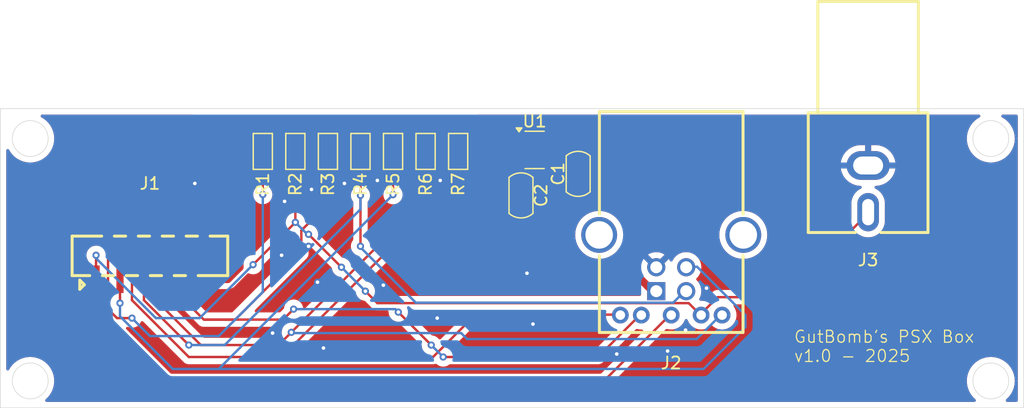
<source format=kicad_pcb>
(kicad_pcb (version 20240108) (generator "pcbnew") (generator_version "8.0")
  (layers (0 "F.Cu" signal) (31 "B.Cu" signal) (34 "B.Paste" user) (35 "F.Paste" user) (36 "B.SilkS" user "B.Silkscreen") (37 "F.SilkS" user "F.Silkscreen") (38 "B.Mask" user) (39 "F.Mask" user) (44 "Edge.Cuts" user))
  (net 0 "")
  (net 1 "+5V")
  (net 2 "GND")
  (net 3 "+3.3V")
  (net 4 "Net-(J1-ACK)")
  (net 5 "Net-(J1-CLK)")
  (net 6 "Net-(J1-ATT1)")
  (net 7 "Net-(J1-DAT)")
  (net 8 "Net-(J1-CMD)")
  (net 9 "Net-(J1-ATT2)")
  (net 10 "Net-(J1-IRQ10)")
  (footprint "Package_TO_SOT_SMD:SOT-23-3" (layer "F.Cu") (at 117.1375 64.45)
    (property "Reference" "U1" (at 0 -2.4 0) (layer "F.SilkS"))
    (property "Value" "XC6206PxxxMR" (hide yes))
    (fp_line (start 0 -1.56) (end -0.8 -1.56) (stroke (width 0.12)) (layer "F.SilkS"))
    (fp_line (start 0 -1.56) (end 0.8 -1.56) (stroke (width 0.12)) (layer "F.SilkS"))
    (fp_line (start 0 1.56) (end -0.8 1.56) (stroke (width 0.12)) (layer "F.SilkS"))
    (fp_line (start 0 1.56) (end 0.8 1.56) (stroke (width 0.12)) (layer "F.SilkS"))
    (fp_poly (pts (xy -1.3 -1.51) (xy -1.54 -1.84) (xy -1.06 -1.84) (xy -1.3 -1.51)) (stroke (width 0.12)) (fill solid) (layer "F.SilkS"))
    (pad "1" smd roundrect (at -1.1375 -0.95) (size 1.325 0.6) (layers "F.Cu" "F.Paste" "F.Mask") (net 2 "GND"))
    (pad "2" smd roundrect (at -1.1375 0.95) (size 1.325 0.6) (layers "F.Cu" "F.Paste" "F.Mask") (net 3 "+3.3V"))
    (pad "3" smd roundrect (at 1.1375 0) (size 1.325 0.6) (layers "F.Cu" "F.Paste" "F.Mask") (net 1 "+5V"))
  )
  (footprint "PCM_Resistor_SMD_AKL:R_0603_1608Metric" (layer "F.Cu") (at 94.43 64.575 -90)
    (property "Reference" "R1" (at 2.75 0 90) (layer "F.SilkS"))
    (property "Value" "1K" (hide yes))
    (fp_line (start -1.5 0.8) (end 1.5 0.8) (stroke (width 0.12)) (layer "F.SilkS"))
    (fp_line (start 1.5 0.8) (end 1.5 -0.8) (stroke (width 0.12)) (layer "F.SilkS"))
    (fp_line (start -1.5 -0.8) (end -1.5 0.8) (stroke (width 0.12)) (layer "F.SilkS"))
    (fp_line (start 1.5 -0.8) (end -1.5 -0.8) (stroke (width 0.12)) (layer "F.SilkS"))
    (pad "1" smd roundrect (at -0.825 0 270) (size 0.8 0.95) (layers "F.Cu" "F.Paste" "F.Mask") (net 3 "+3.3V"))
    (pad "2" smd roundrect (at 0.825 0 270) (size 0.8 0.95) (layers "F.Cu" "F.Paste" "F.Mask") (net 4 "Net-(J1-ACK)"))
  )
  (footprint "PCM_Resistor_SMD_AKL:R_0603_1608Metric" (layer "F.Cu") (at 110.75 64.575 -90)
    (property "Reference" "R7" (at 2.75 0 90) (layer "F.SilkS"))
    (property "Value" "1K" (hide yes))
    (fp_line (start -1.5 0.8) (end 1.5 0.8) (stroke (width 0.12)) (layer "F.SilkS"))
    (fp_line (start 1.5 0.8) (end 1.5 -0.8) (stroke (width 0.12)) (layer "F.SilkS"))
    (fp_line (start -1.5 -0.8) (end -1.5 0.8) (stroke (width 0.12)) (layer "F.SilkS"))
    (fp_line (start 1.5 -0.8) (end -1.5 -0.8) (stroke (width 0.12)) (layer "F.SilkS"))
    (pad "1" smd roundrect (at -0.825 0 270) (size 0.8 0.95) (layers "F.Cu" "F.Paste" "F.Mask") (net 3 "+3.3V"))
    (pad "2" smd roundrect (at 0.825 0 270) (size 0.8 0.95) (layers "F.Cu" "F.Paste" "F.Mask") (net 7 "Net-(J1-DAT)"))
  )
  (footprint "PCM_Capacitor_SMD_AKL:C_0805_2012Metric" (layer "F.Cu") (at 120.775 66.45 90)
    (property "Reference" "C1" (at 0 -1.68 90) (layer "F.SilkS"))
    (property "Value" "1uf" (hide yes))
    (fp_line (start 1.5 -1) (end -1.5 -1) (stroke (width 0.12)) (layer "F.SilkS"))
    (fp_line (start -1.5 1) (end 1.5 1) (stroke (width 0.12)) (layer "F.SilkS"))
    (fp_arc (start 1.5 -1) (mid 1.880894 0) (end 1.5 1) (stroke (width 0.12)) (layer "F.SilkS"))
    (fp_arc (start -1.5 1) (mid -1.880894 0) (end -1.5 -1) (stroke (width 0.12)) (layer "F.SilkS"))
    (pad "1" smd roundrect (at -0.95 0 90) (size 1 1.45) (layers "F.Cu" "F.Paste" "F.Mask") (net 2 "GND"))
    (pad "2" smd roundrect (at 0.95 0 90) (size 1 1.45) (layers "F.Cu" "F.Paste" "F.Mask") (net 1 "+5V"))
  )
  (footprint "PCM_Capacitor_SMD_AKL:C_0805_2012Metric" (layer "F.Cu") (at 116 68.25 -90)
    (property "Reference" "C2" (at 0 -1.68 90) (layer "F.SilkS"))
    (property "Value" "1uf" (hide yes))
    (fp_line (start -1.5 1) (end 1.5 1) (stroke (width 0.12)) (layer "F.SilkS"))
    (fp_line (start 1.5 -1) (end -1.5 -1) (stroke (width 0.12)) (layer "F.SilkS"))
    (fp_arc (start -1.5 1) (mid -1.880894 0) (end -1.5 -1) (stroke (width 0.12)) (layer "F.SilkS"))
    (fp_arc (start 1.5 -1) (mid 1.880894 0) (end 1.5 1) (stroke (width 0.12)) (layer "F.SilkS"))
    (pad "1" smd roundrect (at -0.95 0 270) (size 1 1.45) (layers "F.Cu" "F.Paste" "F.Mask") (net 3 "+3.3V"))
    (pad "2" smd roundrect (at 0.95 0 270) (size 1 1.45) (layers "F.Cu" "F.Paste" "F.Mask") (net 2 "GND"))
  )
  (footprint "PCM_Resistor_SMD_AKL:R_0603_1608Metric" (layer "F.Cu") (at 102.59 64.575 -90)
    (property "Reference" "R4" (at 2.75 0 90) (layer "F.SilkS"))
    (property "Value" "1K" (hide yes))
    (fp_line (start -1.5 0.8) (end 1.5 0.8) (stroke (width 0.12)) (layer "F.SilkS"))
    (fp_line (start 1.5 0.8) (end 1.5 -0.8) (stroke (width 0.12)) (layer "F.SilkS"))
    (fp_line (start -1.5 -0.8) (end -1.5 0.8) (stroke (width 0.12)) (layer "F.SilkS"))
    (fp_line (start 1.5 -0.8) (end -1.5 -0.8) (stroke (width 0.12)) (layer "F.SilkS"))
    (pad "1" smd roundrect (at -0.825 0 270) (size 0.8 0.95) (layers "F.Cu" "F.Paste" "F.Mask") (net 3 "+3.3V"))
    (pad "2" smd roundrect (at 0.825 0 270) (size 0.8 0.95) (layers "F.Cu" "F.Paste" "F.Mask") (net 6 "Net-(J1-ATT1)"))
  )
  (footprint "easyeda2kicad:USB-B-TH_9P-L18.5-W12.0" (layer "F.Cu") (at 128.55 74.9 180)
    (property "Reference" "J2" (at 0 -7.35 180) (layer "F.SilkS"))
    (property "Value" "USB-B-TH_9P-L18.5-W12.0")
    (fp_line (start 6 13.65) (end 6 5.09) (stroke (width 0.25)) (layer "F.SilkS"))
    (fp_line (start 6 1.62) (end 6 -4.8) (stroke (width 0.25)) (layer "F.SilkS"))
    (fp_line (start 6 -4.8) (end -6 -4.8) (stroke (width 0.25)) (layer "F.SilkS"))
    (fp_line (start -6 13.65) (end 6 13.65) (stroke (width 0.25)) (layer "F.SilkS"))
    (fp_line (start -6 5.09) (end -6 13.65) (stroke (width 0.25)) (layer "F.SilkS"))
    (fp_line (start -6 -4.8) (end -6 1.62) (stroke (width 0.25)) (layer "F.SilkS"))
    (pad "1" thru_hole rect (at 1.25 -1.35 180) (size 1.52 1.52) (drill 0.999998) (layers "*.Cu" "*.Mask") (net 1 "+5V"))
    (pad "2" thru_hole circle (at -1.25 -1.35 180) (size 1.52 1.52) (drill 0.999998) (layers "*.Cu" "*.Mask") (net 6 "Net-(J1-ATT1)"))
    (pad "3" thru_hole circle (at -1.25 0.65 180) (size 1.52 1.52) (drill 0.999998) (layers "*.Cu" "*.Mask") (net 9 "Net-(J1-ATT2)"))
    (pad "4" thru_hole circle (at 1.25 0.65 180) (size 1.52 1.52) (drill 0.999998) (layers "*.Cu" "*.Mask") (net 2 "GND"))
    (pad "5" thru_hole circle (at -4.25 -3.35 180) (size 1.4 1.4) (drill 0.799998) (layers "*.Cu" "*.Mask") (net 8 "Net-(J1-CMD)"))
    (pad "6" thru_hole circle (at -2.5 -3.35 180) (size 1.4 1.4) (drill 0.799998) (layers "*.Cu" "*.Mask") (net 10 "Net-(J1-IRQ10)"))
    (pad "7" thru_hole circle (at 0 -3.35 180) (size 1.4 1.4) (drill 0.799998) (layers "*.Cu" "*.Mask") (net 4 "Net-(J1-ACK)"))
    (pad "8" thru_hole circle (at 2.5 -3.35 180) (size 1.4 1.4) (drill 0.799998) (layers "*.Cu" "*.Mask") (net 5 "Net-(J1-CLK)"))
    (pad "9" thru_hole circle (at 4.25 -3.35 180) (size 1.4 1.4) (drill 0.799998) (layers "*.Cu" "*.Mask") (net 7 "Net-(J1-DAT)"))
    (pad "10" thru_hole circle (at -6.02 3.35 180) (size 3 3) (drill 2.300021) (layers "*.Cu" "*.Mask"))
    (pad "11" thru_hole circle (at 6.02 3.35 180) (size 3 3) (drill 2.300021) (layers "*.Cu" "*.Mask"))
  )
  (footprint "easyeda2kicad:CONN-TH_AV-5" (layer "F.Cu") (at 145 67.7 180)
    (property "Reference" "J3" (at 0 -5.95 180) (layer "F.SilkS"))
    (property "Value" "AV-5")
    (fp_line (start 5 -3.65) (end 5 6.35) (stroke (width 0.25)) (layer "F.SilkS"))
    (fp_line (start 4.2 6.35) (end 4.2 15.65) (stroke (width 0.25)) (layer "F.SilkS"))
    (fp_line (start 1.06 -3.65) (end 5 -3.65) (stroke (width 0.25)) (layer "F.SilkS"))
    (fp_line (start -4.2 15.65) (end 4.2 15.65) (stroke (width 0.25)) (layer "F.SilkS"))
    (fp_line (start -4.2 6.35) (end -4.2 15.65) (stroke (width 0.25)) (layer "F.SilkS"))
    (fp_line (start -5 6.35) (end 5 6.35) (stroke (width 0.25)) (layer "F.SilkS"))
    (fp_line (start -5 6.35) (end -5 -3.65) (stroke (width 0.25)) (layer "F.SilkS"))
    (fp_line (start -5 -3.65) (end -1.06 -3.65) (stroke (width 0.25)) (layer "F.SilkS"))
    (pad "1" thru_hole oval (at 0 1.95 180) (size 3.6 2.4) (drill oval 2.499995 1.500022) (layers "*.Cu" "*.Mask") (net 2 "GND"))
    (pad "2" thru_hole oval (at 0 -1.95 270) (size 3.2 1.8) (drill oval 2.199996 0.999998) (layers "*.Cu" "*.Mask") (net 10 "Net-(J1-IRQ10)"))
  )
  (footprint "PCM_Resistor_SMD_AKL:R_0603_1608Metric" (layer "F.Cu") (at 99.87 64.575 -90)
    (property "Reference" "R3" (at 2.75 0 90) (layer "F.SilkS"))
    (property "Value" "1K" (hide yes))
    (fp_line (start -1.5 0.8) (end 1.5 0.8) (stroke (width 0.12)) (layer "F.SilkS"))
    (fp_line (start 1.5 0.8) (end 1.5 -0.8) (stroke (width 0.12)) (layer "F.SilkS"))
    (fp_line (start -1.5 -0.8) (end -1.5 0.8) (stroke (width 0.12)) (layer "F.SilkS"))
    (fp_line (start 1.5 -0.8) (end -1.5 -0.8) (stroke (width 0.12)) (layer "F.SilkS"))
    (pad "1" smd roundrect (at -0.825 0 270) (size 0.8 0.95) (layers "F.Cu" "F.Paste" "F.Mask") (net 3 "+3.3V"))
    (pad "2" smd roundrect (at 0.825 0 270) (size 0.8 0.95) (layers "F.Cu" "F.Paste" "F.Mask") (net 5 "Net-(J1-CLK)"))
  )
  (footprint "PCM_Resistor_SMD_AKL:R_0603_1608Metric" (layer "F.Cu") (at 105.31 64.575 -90)
    (property "Reference" "R5" (at 2.75 0 90) (layer "F.SilkS"))
    (property "Value" "1K" (hide yes))
    (fp_line (start -1.5 0.8) (end 1.5 0.8) (stroke (width 0.12)) (layer "F.SilkS"))
    (fp_line (start 1.5 0.8) (end 1.5 -0.8) (stroke (width 0.12)) (layer "F.SilkS"))
    (fp_line (start -1.5 -0.8) (end -1.5 0.8) (stroke (width 0.12)) (layer "F.SilkS"))
    (fp_line (start 1.5 -0.8) (end -1.5 -0.8) (stroke (width 0.12)) (layer "F.SilkS"))
    (pad "1" smd roundrect (at -0.825 0 270) (size 0.8 0.95) (layers "F.Cu" "F.Paste" "F.Mask") (net 3 "+3.3V"))
    (pad "2" smd roundrect (at 0.825 0 270) (size 0.8 0.95) (layers "F.Cu" "F.Paste" "F.Mask") (net 9 "Net-(J1-ATT2)"))
  )
  (footprint "easyeda2kicad:FPC-SMD_10P-P1.00-L3.4-W13.0" (layer "F.Cu") (at 85 73.25)
    (property "Reference" "J1" (at 0 -6 0) (layer "F.SilkS"))
    (property "Value" "AFB10-S10LCA-00")
    (fp_line (start -6.5 -1.6) (end -4.03 -1.6) (stroke (width 0.25)) (layer "F.SilkS"))
    (fp_line (start -6.5 1.7) (end -6.5 -1.6) (stroke (width 0.25)) (layer "F.SilkS"))
    (fp_line (start -5.86 2.08) (end -5.48 2.46) (stroke (width 0.25)) (layer "F.SilkS"))
    (fp_line (start -5.86 2.84) (end -5.86 2.08) (stroke (width 0.25)) (layer "F.SilkS"))
    (fp_line (start -5.48 2.46) (end -5.86 2.84) (stroke (width 0.25)) (layer "F.SilkS"))
    (fp_line (start -5.03 1.7) (end -6.5 1.7) (stroke (width 0.25)) (layer "F.SilkS"))
    (fp_line (start -3.03 1.7) (end -3.97 1.7) (stroke (width 0.25)) (layer "F.SilkS"))
    (fp_line (start -2.97 -1.6) (end -2.03 -1.6) (stroke (width 0.25)) (layer "F.SilkS"))
    (fp_line (start -1.03 1.7) (end -1.97 1.7) (stroke (width 0.25)) (layer "F.SilkS"))
    (fp_line (start -0.97 -1.6) (end -0.03 -1.6) (stroke (width 0.25)) (layer "F.SilkS"))
    (fp_line (start 0.97 1.7) (end 0.03 1.7) (stroke (width 0.25)) (layer "F.SilkS"))
    (fp_line (start 1.03 -1.6) (end 1.97 -1.6) (stroke (width 0.25)) (layer "F.SilkS"))
    (fp_line (start 2.97 1.7) (end 2.03 1.7) (stroke (width 0.25)) (layer "F.SilkS"))
    (fp_line (start 3.03 -1.6) (end 3.97 -1.6) (stroke (width 0.25)) (layer "F.SilkS"))
    (fp_line (start 5.03 -1.6) (end 6.5 -1.6) (stroke (width 0.25)) (layer "F.SilkS"))
    (fp_line (start 6.5 -1.6) (end 6.5 1.7) (stroke (width 0.25)) (layer "F.SilkS"))
    (fp_line (start 6.5 1.7) (end 4.03 1.7) (stroke (width 0.25)) (layer "F.SilkS"))
    (pad "1" smd rect (at -4.5 2 90) (size 2.3 0.6) (layers "F.Cu" "F.Paste" "F.Mask") (net 10 "Net-(J1-IRQ10)"))
    (pad "2" smd rect (at -3.5 -2 90) (size 2.3 0.6) (layers "F.Cu" "F.Paste" "F.Mask") (net 4 "Net-(J1-ACK)"))
    (pad "3" smd rect (at -2.5 2 90) (size 2.3 0.6) (layers "F.Cu" "F.Paste" "F.Mask") (net 9 "Net-(J1-ATT2)"))
    (pad "4" smd rect (at -1.5 -2 90) (size 2.3 0.6) (layers "F.Cu" "F.Paste" "F.Mask") (net 1 "+5V"))
    (pad "5" smd rect (at -0.5 2 90) (size 2.3 0.6) (layers "F.Cu" "F.Paste" "F.Mask") (net 6 "Net-(J1-ATT1)"))
    (pad "6" smd rect (at 0.5 -2 90) (size 2.3 0.6) (layers "F.Cu" "F.Paste" "F.Mask") (net 7 "Net-(J1-DAT)"))
    (pad "7" smd rect (at 1.5 2 90) (size 2.3 0.6) (layers "F.Cu" "F.Paste" "F.Mask") (net 2 "GND"))
    (pad "8" smd rect (at 2.5 -2 90) (size 2.3 0.6) (layers "F.Cu" "F.Paste" "F.Mask") (net 8 "Net-(J1-CMD)"))
    (pad "9" smd rect (at 3.5 2 90) (size 2.3 0.6) (layers "F.Cu" "F.Paste" "F.Mask") (net 3 "+3.3V"))
    (pad "10" smd rect (at 4.5 -2 90) (size 2.3 0.6) (layers "F.Cu" "F.Paste" "F.Mask") (net 5 "Net-(J1-CLK)"))
  )
  (footprint "PCM_Resistor_SMD_AKL:R_0603_1608Metric" (layer "F.Cu") (at 108.03 64.575 -90)
    (property "Reference" "R6" (at 2.75 0 90) (layer "F.SilkS"))
    (property "Value" "1K" (hide yes))
    (fp_line (start -1.5 0.8) (end 1.5 0.8) (stroke (width 0.12)) (layer "F.SilkS"))
    (fp_line (start 1.5 0.8) (end 1.5 -0.8) (stroke (width 0.12)) (layer "F.SilkS"))
    (fp_line (start -1.5 -0.8) (end -1.5 0.8) (stroke (width 0.12)) (layer "F.SilkS"))
    (fp_line (start 1.5 -0.8) (end -1.5 -0.8) (stroke (width 0.12)) (layer "F.SilkS"))
    (pad "1" smd roundrect (at -0.825 0 270) (size 0.8 0.95) (layers "F.Cu" "F.Paste" "F.Mask") (net 3 "+3.3V"))
    (pad "2" smd roundrect (at 0.825 0 270) (size 0.8 0.95) (layers "F.Cu" "F.Paste" "F.Mask") (net 8 "Net-(J1-CMD)"))
  )
  (footprint "PCM_Resistor_SMD_AKL:R_0603_1608Metric" (layer "F.Cu") (at 97.15 64.575 -90)
    (property "Reference" "R2" (at 2.75 0 90) (layer "F.SilkS"))
    (property "Value" "1K" (hide yes))
    (fp_line (start -1.5 0.8) (end 1.5 0.8) (stroke (width 0.12)) (layer "F.SilkS"))
    (fp_line (start 1.5 0.8) (end 1.5 -0.8) (stroke (width 0.12)) (layer "F.SilkS"))
    (fp_line (start -1.5 -0.8) (end -1.5 0.8) (stroke (width 0.12)) (layer "F.SilkS"))
    (fp_line (start 1.5 -0.8) (end -1.5 -0.8) (stroke (width 0.12)) (layer "F.SilkS"))
    (pad "1" smd roundrect (at -0.825 0 270) (size 0.8 0.95) (layers "F.Cu" "F.Paste" "F.Mask") (net 3 "+3.3V"))
    (pad "2" smd roundrect (at 0.825 0 270) (size 0.8 0.95) (layers "F.Cu" "F.Paste" "F.Mask") (net 10 "Net-(J1-IRQ10)"))
  )
  (gr_circle (center 155.25 83.75) (end 156.75 83.75) (stroke (width 0.05)) (fill none) (layer "Edge.Cuts"))
  (gr_circle (center 75 63.5) (end 76.5 63.5) (stroke (width 0.05)) (fill none) (layer "Edge.Cuts"))
  (gr_circle (center 75 83.75) (end 76.5 83.75) (stroke (width 0.05)) (fill none) (layer "Edge.Cuts"))
  (gr_rect (start 72.5 61) (end 158 86) (stroke (width 0.05)) (fill none) (layer "Edge.Cuts"))
  (gr_circle (center 155.25 63.5) (end 156.75 63.5) (stroke (width 0.05)) (fill none) (layer "Edge.Cuts"))
  (gr_text "GutBomb's PSX Box\nv1.0 - 2025" (at 138.75 82.25 0) (layer "F.SilkS") (effects (font (size 1 1) (thickness 0.1)) (justify left bottom)))
  (segment (start 126.96 76.21) (end 127.22 76.21) (width 0.65) (layer "F.Cu") (net 1))
  (segment (start 118.275 64.45) (end 113.877082 64.45) (width 0.65) (layer "F.Cu") (net 1))
  (segment (start 125.25 74.5) (end 126.96 76.21) (width 0.65) (layer "F.Cu") (net 1))
  (segment (start 89.25 62.25) (end 83.5 68) (width 0.65) (layer "F.Cu") (net 1))
  (segment (start 120.775 65.5) (end 122.25 65.5) (width 0.65) (layer "F.Cu") (net 1))
  (segment (start 113.877082 64.45) (end 111.677082 62.25) (width 0.65) (layer "F.Cu") (net 1))
  (segment (start 83.5 68) (end 83.5 71.25) (width 0.65) (layer "F.Cu") (net 1))
  (segment (start 125.25 68.5) (end 125.25 74.5) (width 0.65) (layer "F.Cu") (net 1))
  (segment (start 119.725 64.45) (end 120.775 65.5) (width 0.65) (layer "F.Cu") (net 1))
  (segment (start 118.275 64.45) (end 119.725 64.45) (width 0.65) (layer "F.Cu") (net 1))
  (segment (start 111.677082 62.25) (end 89.25 62.25) (width 0.65) (layer "F.Cu") (net 1))
  (segment (start 122.25 65.5) (end 125.25 68.5) (width 0.65) (layer "F.Cu") (net 1))
  (via (at 99 75.5) (size 0.6) (drill 0.3) (layers "F.Cu" "B.Cu") (net 2))
  (via (at 104.5 75.75) (size 0.6) (drill 0.3) (layers "F.Cu" "B.Cu") (net 2))
  (via (at 101.25 67.25) (size 0.6) (drill 0.3) (layers "F.Cu" "B.Cu") (net 2))
  (via (at 96.25 68.75) (size 0.6) (drill 0.3) (layers "F.Cu" "B.Cu") (net 2))
  (via (at 109 78.5) (size 0.6) (drill 0.3) (layers "F.Cu" "B.Cu") (net 2))
  (via (at 104 67) (size 0.6) (drill 0.3) (layers "F.Cu" "B.Cu") (net 2))
  (via (at 131.5 76) (size 0.6) (drill 0.3) (layers "F.Cu" "B.Cu") (net 2))
  (via (at 129.75 79.5) (size 0.6) (drill 0.3) (layers "F.Cu" "B.Cu") (net 2))
  (via (at 124 81.5) (size 0.6) (drill 0.3) (layers "F.Cu" "B.Cu") (net 2))
  (via (at 116.5 74.75) (size 0.6) (drill 0.3) (layers "F.Cu" "B.Cu") (net 2))
  (via (at 109.25 67) (size 0.6) (drill 0.3) (layers "F.Cu" "B.Cu") (net 2))
  (via (at 95.25 79.75) (size 0.6) (drill 0.3) (layers "F.Cu" "B.Cu") (net 2))
  (via (at 88.75 67.25) (size 0.6) (drill 0.3) (layers "F.Cu" "B.Cu") (net 2))
  (via (at 117 79) (size 0.6) (drill 0.3) (layers "F.Cu" "B.Cu") (net 2))
  (via (at 128.25 81.25) (size 0.6) (drill 0.3) (layers "F.Cu" "B.Cu") (net 2))
  (via (at 96 73.25) (size 0.6) (drill 0.3) (layers "F.Cu" "B.Cu") (net 2))
  (via (at 99.5 81) (size 0.6) (drill 0.3) (layers "F.Cu" "B.Cu") (net 2))
  (via (at 98.5 67.75) (size 0.6) (drill 0.3) (layers "F.Cu" "B.Cu") (net 2))
  (via (at 98.25 72.5) (size 0.6) (drill 0.3) (layers "F.Cu" "B.Cu") (net 2))
  (segment (start 105.31 63.75) (end 102.59 63.75) (width 0.65) (layer "F.Cu") (net 3))
  (segment (start 114.8 67.3) (end 116 67.3) (width 0.65) (layer "F.Cu") (net 3))
  (segment (start 111.25 63.75) (end 114.8 67.3) (width 0.65) (layer "F.Cu") (net 3))
  (segment (start 93.955 63.75) (end 92.5 65.205) (width 0.65) (layer "F.Cu") (net 3))
  (segment (start 108.03 63.75) (end 105.31 63.75) (width 0.65) (layer "F.Cu") (net 3))
  (segment (start 92.5 65.205) (end 92.5 74.25) (width 0.65) (layer "F.Cu") (net 3))
  (segment (start 91.5 75.25) (end 88.5 75.25) (width 0.65) (layer "F.Cu") (net 3))
  (segment (start 110.75 63.75) (end 111.25 63.75) (width 0.65) (layer "F.Cu") (net 3))
  (segment (start 99.87 63.75) (end 97.15 63.75) (width 0.65) (layer "F.Cu") (net 3))
  (segment (start 92.5 74.25) (end 91.5 75.25) (width 0.65) (layer "F.Cu") (net 3))
  (segment (start 116 67.3) (end 116 65.4) (width 0.65) (layer "F.Cu") (net 3))
  (segment (start 94.43 63.75) (end 93.955 63.75) (width 0.65) (layer "F.Cu") (net 3))
  (segment (start 102.59 63.75) (end 99.87 63.75) (width 0.65) (layer "F.Cu") (net 3))
  (segment (start 97.15 63.75) (end 94.43 63.75) (width 0.65) (layer "F.Cu") (net 3))
  (segment (start 110.75 63.75) (end 108.03 63.75) (width 0.65) (layer "F.Cu") (net 3))
  (segment (start 82.25 78.5) (end 83.5 78.5) (width 0.2) (layer "F.Cu") (net 4))
  (segment (start 86.5 83.75) (end 81.5 78.75) (width 0.2) (layer "F.Cu") (net 4))
  (segment (start 81.5 78.75) (end 81.5 77.75) (width 0.2) (layer "F.Cu") (net 4))
  (segment (start 128.47 78.21) (end 122.93 83.75) (width 0.2) (layer "F.Cu") (net 4))
  (segment (start 81.5 71.25) (end 81.5 77.75) (width 0.2) (layer "F.Cu") (net 4))
  (segment (start 94.43 68.18) (end 94.43 65.4) (width 0.2) (layer "F.Cu") (net 4))
  (segment (start 122.93 83.75) (end 86.5 83.75) (width 0.2) (layer "F.Cu") (net 4))
  (segment (start 81.5 77.75) (end 82.25 78.5) (width 0.2) (layer "F.Cu") (net 4))
  (via (at 94.43 68.18) (size 0.6) (drill 0.3) (layers "F.Cu" "B.Cu") (net 4))
  (via (at 83.5 78.5) (size 0.6) (drill 0.3) (layers "F.Cu" "B.Cu") (net 4))
  (segment (start 94.43 68.18) (end 94.43 76.32) (width 0.2) (layer "B.Cu") (net 4))
  (segment (start 94.43 76.32) (end 90.75 80) (width 0.2) (layer "B.Cu") (net 4))
  (segment (start 90.75 80) (end 85 80) (width 0.2) (layer "B.Cu") (net 4))
  (segment (start 85 80) (end 83.5 78.5) (width 0.2) (layer "B.Cu") (net 4))
  (segment (start 126 78.24) (end 125.97 78.21) (width 0.2) (layer "F.Cu") (net 5))
  (segment (start 97 77.75) (end 96.125 78.625) (width 0.2) (layer "F.Cu") (net 5))
  (segment (start 89.5 78.625) (end 89.625 78.625) (width 0.2) (layer "F.Cu") (net 5))
  (segment (start 96.125 78.625) (end 89.625 78.625) (width 0.2) (layer "F.Cu") (net 5))
  (segment (start 89.5 71.25) (end 89.5 71.75) (width 0.2) (layer "F.Cu") (net 5))
  (segment (start 87.5 73.75) (end 87.5 76.625) (width 0.2) (layer "F.Cu") (net 5))
  (segment (start 97.65 73.1) (end 97.65 71.175736) (width 0.2) (layer "F.Cu") (net 5))
  (segment (start 89.625 78.625) (end 92.125 78.625) (width 0.2) (layer "F.Cu") (net 5))
  (segment (start 122.43 81.75) (end 125.97 78.21) (width 0.2) (layer "F.Cu") (net 5))
  (segment (start 108.5 80.75) (end 105.75 78) (width 0.2) (layer "F.Cu") (net 5))
  (segment (start 92.125 78.625) (end 97.65 73.1) (width 0.2) (layer "F.Cu") (net 5))
  (segment (start 97.65 71.175736) (end 99.87 68.955736) (width 0.2) (layer "F.Cu") (net 5))
  (segment (start 87.5 76.625) (end 89.5 78.625) (width 0.2) (layer "F.Cu") (net 5))
  (segment (start 99.87 68.955736) (end 99.87 65.4) (width 0.2) (layer "F.Cu") (net 5))
  (segment (start 89.5 71.75) (end 87.5 73.75) (width 0.2) (layer "F.Cu") (net 5))
  (segment (start 109.5 81.75) (end 122.43 81.75) (width 0.2) (layer "F.Cu") (net 5))
  (via (at 108.5 80.75) (size 0.6) (drill 0.3) (layers "F.Cu" "B.Cu") (net 5))
  (via (at 109.5 81.75) (size 0.6) (drill 0.3) (layers "F.Cu" "B.Cu") (net 5))
  (via (at 97 77.75) (size 0.6) (drill 0.3) (layers "F.Cu" "B.Cu") (net 5))
  (via (at 105.75 78) (size 0.6) (drill 0.3) (layers "F.Cu" "B.Cu") (net 5))
  (segment (start 109.5 81.75) (end 108.5 80.75) (width 0.2) (layer "B.Cu") (net 5))
  (segment (start 105.75 78) (end 105.5 77.75) (width 0.2) (layer "B.Cu") (net 5))
  (segment (start 105.5 77.75) (end 97 77.75) (width 0.2) (layer "B.Cu") (net 5))
  (segment (start 102.59 72.5) (end 102.59 68.25) (width 0.2) (layer "F.Cu") (net 6))
  (segment (start 102.59 68.25) (end 102.59 65.4) (width 0.2) (layer "F.Cu") (net 6))
  (segment (start 88.25 80.75) (end 84.5 77) (width 0.2) (layer "F.Cu") (net 6))
  (segment (start 84.5 77) (end 84.5 75.25) (width 0.2) (layer "F.Cu") (net 6))
  (via (at 88.25 80.75) (size 0.6) (drill 0.3) (layers "F.Cu" "B.Cu") (net 6))
  (via (at 102.59 68.25) (size 0.6) (drill 0.3) (layers "F.Cu" "B.Cu") (net 6))
  (via (at 102.59 72.5) (size 0.6) (drill 0.3) (layers "F.Cu" "B.Cu") (net 6))
  (segment (start 107.21 77.21) (end 102.5 72.5) (width 0.2) (layer "B.Cu") (net 6))
  (segment (start 88.25 80.75) (end 91.25 80.75) (width 0.2) (layer "B.Cu") (net 6))
  (segment (start 91.25 80.75) (end 102.59 69.41) (width 0.2) (layer "B.Cu") (net 6))
  (segment (start 128.72 77.21) (end 107.21 77.21) (width 0.2) (layer "B.Cu") (net 6))
  (segment (start 129.72 76.21) (end 128.72 77.21) (width 0.2) (layer "B.Cu") (net 6))
  (segment (start 102.59 69.41) (end 102.59 68.25) (width 0.2) (layer "B.Cu") (net 6))
  (segment (start 83.5 77) (end 88.25 81.75) (width 0.2) (layer "F.Cu") (net 7))
  (segment (start 85.5 72) (end 83.5 74) (width 0.2) (layer "F.Cu") (net 7))
  (segment (start 96 81.75) (end 96.75 81) (width 0.2) (layer "F.Cu") (net 7))
  (segment (start 88.25 81.75) (end 96 81.75) (width 0.2) (layer "F.Cu") (net 7))
  (segment (start 97.75 80) (end 110.75 67) (width 0.2) (layer "F.Cu") (net 7))
  (segment (start 112.191471 78.21) (end 124.22 78.21) (width 0.2) (layer "F.Cu") (net 7))
  (segment (start 85.5 71.25) (end 85.5 72) (width 0.2) (layer "F.Cu") (net 7))
  (segment (start 83.5 74) (end 83.5 77) (width 0.2) (layer "F.Cu") (net 7))
  (segment (start 96.75 81) (end 97.75 80) (width 0.2) (layer "F.Cu") (net 7))
  (segment (start 108.651471 81.75) (end 112.191471 78.21) (width 0.2) (layer "F.Cu") (net 7))
  (segment (start 110.75 67) (end 110.75 65.4) (width 0.2) (layer "F.Cu") (net 7))
  (segment (start 95.75 81.75) (end 108.651471 81.75) (width 0.2) (layer "F.Cu") (net 7))
  (segment (start 95.75 80.75) (end 89.25 80.75) (width 0.2) (layer "F.Cu") (net 8))
  (segment (start 96.8125 79.6875) (end 108.03 68.47) (width 0.2) (layer "F.Cu") (net 8))
  (segment (start 87.5 71.5) (end 87.5 71.25) (width 0.2) (layer "F.Cu") (net 8))
  (segment (start 96.8125 79.6875) (end 95.75 80.75) (width 0.2) (layer "F.Cu") (net 8))
  (segment (start 89.25 80.75) (end 85.5 77) (width 0.2) (layer "F.Cu") (net 8))
  (segment (start 85.5 77) (end 85.5 73.5) (width 0.2) (layer "F.Cu") (net 8))
  (segment (start 108.03 68.47) (end 108.03 65.4) (width 0.2) (layer "F.Cu") (net 8))
  (segment (start 85.5 73.5) (end 87.5 71.5) (width 0.2) (layer "F.Cu") (net 8))
  (via (at 96.8125 79.6875) (size 0.6) (drill 0.3) (layers "F.Cu" "B.Cu") (net 8))
  (segment (start 96.8125 79.6875) (end 96.875 79.75) (width 0.2) (layer "B.Cu") (net 8))
  (segment (start 111.5 80.25) (end 130.68 80.25) (width 0.2) (layer "B.Cu") (net 8))
  (segment (start 130.68 80.25) (end 132.72 78.21) (width 0.2) (layer "B.Cu") (net 8))
  (segment (start 111 79.75) (end 111.5 80.25) (width 0.2) (layer "B.Cu") (net 8))
  (segment (start 96.875 79.75) (end 111 79.75) (width 0.2) (layer "B.Cu") (net 8))
  (segment (start 105.31 68.19) (end 105.31 65.4) (width 0.2) (layer "F.Cu") (net 9))
  (segment (start 82.5 75.25) (end 82.5 76.75) (width 0.2) (layer "F.Cu") (net 9))
  (segment (start 82.5 76.75) (end 82.5 77.25) (width 0.2) (layer "F.Cu") (net 9))
  (via (at 105.31 68.19) (size 0.6) (drill 0.3) (layers "F.Cu" "B.Cu") (net 9))
  (via (at 82.5 77.25) (size 0.6) (drill 0.3) (layers "F.Cu" "B.Cu") (net 9))
  (segment (start 134.75 79.25) (end 134.75 78.250051) (width 0.2) (layer "B.Cu") (net 9))
  (segment (start 91.5 82) (end 92.5 81) (width 0.2) (layer "B.Cu") (net 9))
  (segment (start 82.5 78.348529) (end 86.901471 82.75) (width 0.2) (layer "B.Cu") (net 9))
  (segment (start 82.5 77.25) (end 82.5 78.348529) (width 0.2) (layer "B.Cu") (net 9))
  (segment (start 134.75 78.250051) (end 130.709949 74.21) (width 0.2) (layer "B.Cu") (net 9))
  (segment (start 90.75 82.75) (end 91.5 82) (width 0.2) (layer "B.Cu") (net 9))
  (segment (start 130.709949 74.21) (end 129.72 74.21) (width 0.2) (layer "B.Cu") (net 9))
  (segment (start 86.901471 82.75) (end 90.75 82.75) (width 0.2) (layer "B.Cu") (net 9))
  (segment (start 131.25 82.75) (end 134.75 79.25) (width 0.2) (layer "B.Cu") (net 9))
  (segment (start 92.5 81) (end 105.31 68.19) (width 0.2) (layer "B.Cu") (net 9))
  (segment (start 90.75 82.75) (end 131.25 82.75) (width 0.2) (layer "B.Cu") (net 9))
  (segment (start 97.15 70.5) (end 97.15 65.4) (width 0.2) (layer "F.Cu") (net 10))
  (segment (start 138 76.75) (end 138.25 76.5) (width 0.2) (layer "F.Cu") (net 10))
  (segment (start 97.15 70.50147) (end 97.15 70.5) (width 0.2) (layer "F.Cu") (net 10))
  (segment (start 138.25 76.5) (end 138.256 76.5) (width 0.2) (layer "F.Cu") (net 10))
  (segment (start 104 77.25) (end 103 76.25) (width 0.2) (layer "F.Cu") (net 10))
  (segment (start 130.97 78.21) (end 132.43 76.75) (width 0.2) (layer "F.Cu") (net 10))
  (segment (start 101 74.25) (end 98.25 71.5) (width 0.2) (layer "F.Cu") (net 10))
  (segment (start 130.97 78.21) (end 130.01 77.25) (width 0.2) (layer "F.Cu") (net 10))
  (segment (start 132.43 76.75) (end 138 76.75) (width 0.2) (layer "F.Cu") (net 10))
  (segment (start 138.256 76.5) (end 145.106 69.65) (width 0.2) (layer "F.Cu") (net 10))
  (segment (start 93.615735 74.035735) (end 97.15 70.50147) (width 0.2) (layer "F.Cu") (net 10))
  (segment (start 130.01 77.25) (end 104 77.25) (width 0.2) (layer "F.Cu") (net 10))
  (segment (start 80.5 75.25) (end 80.5 73.25) (width 0.2) (layer "F.Cu") (net 10))
  (via (at 97.15 70.5) (size 0.6) (drill 0.3) (layers "F.Cu" "B.Cu") (net 10))
  (via (at 101 74.25) (size 0.6) (drill 0.3) (layers "F.Cu" "B.Cu") (net 10))
  (via (at 103 76.25) (size 0.6) (drill 0.3) (layers "F.Cu" "B.Cu") (net 10))
  (via (at 93.615735 74.035735) (size 0.6) (drill 0.3) (layers "F.Cu" "B.Cu") (net 10))
  (via (at 98.25 71.5) (size 0.6) (drill 0.3) (layers "F.Cu" "B.Cu") (net 10))
  (via (at 80.5 73.25) (size 0.6) (drill 0.3) (layers "F.Cu" "B.Cu") (net 10))
  (segment (start 98.15 71.5) (end 97.15 70.5) (width 0.2) (layer "B.Cu") (net 10))
  (segment (start 80.5 73.5) (end 80.5 73.25) (width 0.2) (layer "B.Cu") (net 10))
  (segment (start 89.15147 78.5) (end 85.5 78.5) (width 0.2) (layer "B.Cu") (net 10))
  (segment (start 103 76.25) (end 101 74.25) (width 0.2) (layer "B.Cu") (net 10))
  (segment (start 93.615735 74.035735) (end 89.15147 78.5) (width 0.2) (layer "B.Cu") (net 10))
  (segment (start 98.25 71.5) (end 98.15 71.5) (width 0.2) (layer "B.Cu") (net 10))
  (segment (start 85.5 78.5) (end 80.5 73.5) (width 0.2) (layer "B.Cu") (net 10))
  (zone (net 2) (net_name "GND") (layer "F.Cu") (connect_pads (clearance 0.5)) (min_thickness 0.25) (fill yes (thermal_gap 0.5) (thermal_bridge_width 0.5))
    (polygon (pts (xy 72.5 61) (xy 158 61) (xy 158 86) (xy 72.5 86)))
  )
  (zone (net 2) (net_name "GND") (layer "B.Cu") (priority 1) (connect_pads (clearance 0.5)) (min_thickness 0.25) (fill yes (thermal_gap 0.5) (thermal_bridge_width 0.5))
    (polygon (pts (xy 72.5 61) (xy 158 61) (xy 158 86) (xy 72.5 86)))
  )
)
</source>
